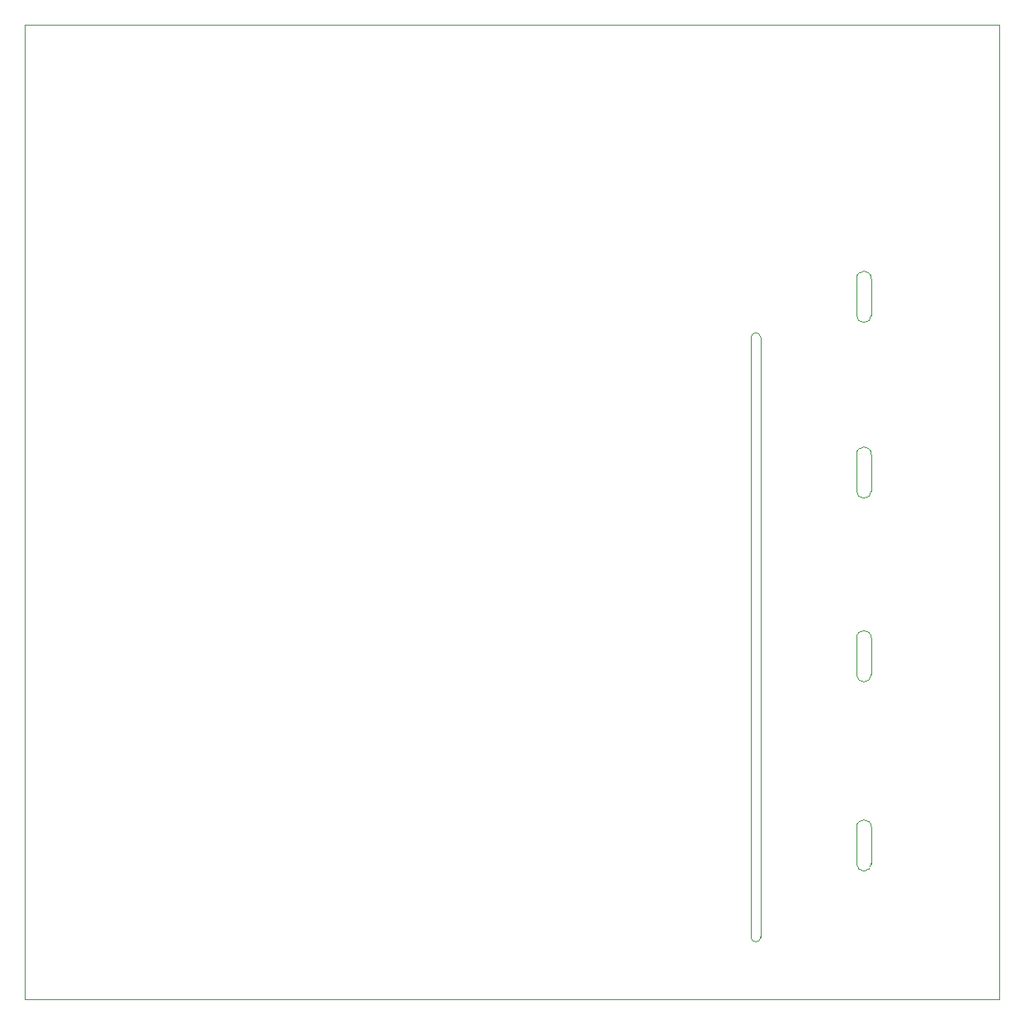
<source format=gbr>
%TF.GenerationSoftware,KiCad,Pcbnew,(6.0.8)*%
%TF.CreationDate,2023-07-19T02:04:09+05:30*%
%TF.ProjectId,STM32DryerPCB_V2,53544d33-3244-4727-9965-725043425f56,rev?*%
%TF.SameCoordinates,Original*%
%TF.FileFunction,Profile,NP*%
%FSLAX46Y46*%
G04 Gerber Fmt 4.6, Leading zero omitted, Abs format (unit mm)*
G04 Created by KiCad (PCBNEW (6.0.8)) date 2023-07-19 02:04:09*
%MOMM*%
%LPD*%
G01*
G04 APERTURE LIST*
%TA.AperFunction,Profile*%
%ADD10C,0.100000*%
%TD*%
G04 APERTURE END LIST*
D10*
X168234000Y-124104400D02*
G75*
G03*
X169234000Y-124104400I500000J0D01*
G01*
X169234000Y-62610800D02*
G75*
G03*
X168234000Y-62610800I-500000J0D01*
G01*
X169234000Y-124104400D02*
X169234000Y-62610800D01*
X168234000Y-62610800D02*
X168234000Y-124104400D01*
X93726000Y-30480000D02*
X193726000Y-30480000D01*
X193726000Y-30480000D02*
X193726000Y-130480000D01*
X193726000Y-130480000D02*
X93726000Y-130480000D01*
X93726000Y-130480000D02*
X93726000Y-30480000D01*
%TO.C,RV2*%
X180571744Y-93424400D02*
X180571744Y-97174400D01*
X179071744Y-97174400D02*
X179071744Y-93424400D01*
X179071744Y-97174400D02*
G75*
G03*
X180571744Y-97174400I750000J-20946D01*
G01*
X180571744Y-93424400D02*
G75*
G03*
X179071744Y-93424400I-750000J-76D01*
G01*
%TO.C,RV4*%
X180571744Y-56543600D02*
X180571744Y-60293600D01*
X179071744Y-60293600D02*
X179071744Y-56543600D01*
X179071744Y-60293600D02*
G75*
G03*
X180571744Y-60293600I750000J-20946D01*
G01*
X180571744Y-56543600D02*
G75*
G03*
X179071744Y-56543600I-750000J-76D01*
G01*
%TO.C,RV1*%
X180571744Y-112830000D02*
X180571744Y-116580000D01*
X179071744Y-116580000D02*
X179071744Y-112830000D01*
X179071744Y-116580000D02*
G75*
G03*
X180571744Y-116580000I750000J-20946D01*
G01*
X180571744Y-112830000D02*
G75*
G03*
X179071744Y-112830000I-750000J-76D01*
G01*
%TO.C,RV5*%
X180571744Y-74577600D02*
X180571744Y-78327600D01*
X179071744Y-78327600D02*
X179071744Y-74577600D01*
X179071744Y-78327600D02*
G75*
G03*
X180571744Y-78327600I750000J-20946D01*
G01*
X180571744Y-74577600D02*
G75*
G03*
X179071744Y-74577600I-750000J-76D01*
G01*
%TD*%
M02*

</source>
